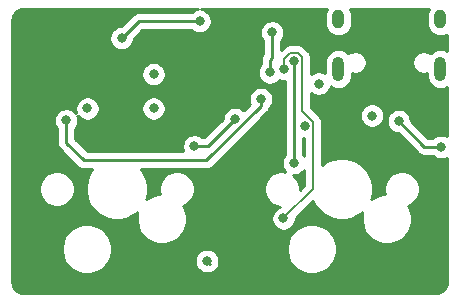
<source format=gtl>
G04 #@! TF.GenerationSoftware,KiCad,Pcbnew,(5.1.5)-3*
G04 #@! TF.CreationDate,2020-04-15T21:27:14-04:00*
G04 #@! TF.ProjectId,binarykb,62696e61-7279-46b6-922e-6b696361645f,rev?*
G04 #@! TF.SameCoordinates,Original*
G04 #@! TF.FileFunction,Copper,L1,Top*
G04 #@! TF.FilePolarity,Positive*
%FSLAX46Y46*%
G04 Gerber Fmt 4.6, Leading zero omitted, Abs format (unit mm)*
G04 Created by KiCad (PCBNEW (5.1.5)-3) date 2020-04-15 21:27:14*
%MOMM*%
%LPD*%
G04 APERTURE LIST*
%ADD10O,1.000000X2.100000*%
%ADD11O,1.000000X1.600000*%
%ADD12C,0.800000*%
%ADD13C,0.254000*%
%ADD14C,0.203200*%
G04 APERTURE END LIST*
D10*
X70324250Y-122413500D03*
X78964250Y-122413500D03*
D11*
X70324250Y-118233500D03*
X78964250Y-118233500D03*
D12*
X59182000Y-138684000D03*
X54673000Y-125773000D03*
X49073000Y-125773000D03*
X61572260Y-126675463D03*
X58573000Y-118373000D03*
X75435542Y-126852352D03*
X54673000Y-122873000D03*
X58123000Y-128973002D03*
X64523000Y-122723000D03*
X67468750Y-127254000D03*
X78994000Y-129032000D03*
X51973000Y-119823000D03*
X64723000Y-119323000D03*
X73173000Y-126373000D03*
X68673000Y-123673000D03*
X65721579Y-122432841D03*
X65672998Y-135073000D03*
X66572994Y-121773000D03*
X66573000Y-130373000D03*
X63773000Y-124973000D03*
X47273000Y-126773000D03*
D13*
X59182000Y-138684000D02*
X59436000Y-138938000D01*
X64523000Y-122723000D02*
X64523000Y-121673000D01*
X64723000Y-121473000D02*
X64723000Y-119323000D01*
X64523000Y-121673000D02*
X64723000Y-121473000D01*
X53423000Y-118373000D02*
X51973000Y-119823000D01*
X58573000Y-118373000D02*
X53423000Y-118373000D01*
X59274721Y-128973002D02*
X58123000Y-128973002D01*
X61572260Y-126675463D02*
X59274721Y-128973002D01*
X77615190Y-129032000D02*
X78994000Y-129032000D01*
X75435542Y-126852352D02*
X77615190Y-129032000D01*
X65721579Y-135024419D02*
X65672998Y-135073000D01*
D14*
X65721579Y-121867156D02*
X65721579Y-122432841D01*
X66236225Y-121071399D02*
X65721579Y-121586045D01*
X67274595Y-126021475D02*
X67274595Y-121436231D01*
X68170351Y-126917231D02*
X67274595Y-126021475D01*
X65721579Y-121586045D02*
X65721579Y-121867156D01*
X67274595Y-121436231D02*
X66909763Y-121071399D01*
X68170351Y-132575647D02*
X68170351Y-126917231D01*
X66909763Y-121071399D02*
X66236225Y-121071399D01*
X65672998Y-135073000D02*
X68170351Y-132575647D01*
D13*
X66572994Y-130372994D02*
X66573000Y-130373000D01*
X66572994Y-121773000D02*
X66572994Y-130372994D01*
X47273000Y-128673000D02*
X47273000Y-126773000D01*
X59138685Y-130173000D02*
X48773000Y-130173000D01*
X63773000Y-125538685D02*
X59138685Y-130173000D01*
X63773000Y-124973000D02*
X63773000Y-125538685D01*
X48773000Y-130173000D02*
X47273000Y-128673000D01*
G36*
X58271102Y-117377774D02*
G01*
X58082744Y-117455795D01*
X57913226Y-117569063D01*
X57871289Y-117611000D01*
X53460423Y-117611000D01*
X53423000Y-117607314D01*
X53385577Y-117611000D01*
X53385574Y-117611000D01*
X53273622Y-117622026D01*
X53129985Y-117665598D01*
X53090306Y-117686807D01*
X52997607Y-117736355D01*
X52967775Y-117760838D01*
X52881578Y-117831578D01*
X52857716Y-117860654D01*
X51930370Y-118788000D01*
X51871061Y-118788000D01*
X51671102Y-118827774D01*
X51482744Y-118905795D01*
X51313226Y-119019063D01*
X51169063Y-119163226D01*
X51055795Y-119332744D01*
X50977774Y-119521102D01*
X50938000Y-119721061D01*
X50938000Y-119924939D01*
X50977774Y-120124898D01*
X51055795Y-120313256D01*
X51169063Y-120482774D01*
X51313226Y-120626937D01*
X51482744Y-120740205D01*
X51671102Y-120818226D01*
X51871061Y-120858000D01*
X52074939Y-120858000D01*
X52274898Y-120818226D01*
X52463256Y-120740205D01*
X52632774Y-120626937D01*
X52776937Y-120482774D01*
X52890205Y-120313256D01*
X52968226Y-120124898D01*
X53008000Y-119924939D01*
X53008000Y-119865630D01*
X53738630Y-119135000D01*
X57871289Y-119135000D01*
X57913226Y-119176937D01*
X58082744Y-119290205D01*
X58271102Y-119368226D01*
X58471061Y-119408000D01*
X58674939Y-119408000D01*
X58874898Y-119368226D01*
X59063256Y-119290205D01*
X59232774Y-119176937D01*
X59376937Y-119032774D01*
X59490205Y-118863256D01*
X59568226Y-118674898D01*
X59608000Y-118474939D01*
X59608000Y-118271061D01*
X59568226Y-118071102D01*
X59490205Y-117882744D01*
X59376937Y-117713226D01*
X59232774Y-117569063D01*
X59063256Y-117455795D01*
X58874898Y-117377774D01*
X58691278Y-117341250D01*
X69353852Y-117341250D01*
X69270574Y-117497054D01*
X69205673Y-117711002D01*
X69189250Y-117877749D01*
X69189250Y-118589252D01*
X69205673Y-118755999D01*
X69270574Y-118969947D01*
X69375967Y-119167123D01*
X69517802Y-119339949D01*
X69690628Y-119481784D01*
X69887804Y-119587176D01*
X70101752Y-119652077D01*
X70324250Y-119673991D01*
X70546749Y-119652077D01*
X70760697Y-119587176D01*
X70957873Y-119481784D01*
X71130699Y-119339949D01*
X71272534Y-119167123D01*
X71377926Y-118969946D01*
X71442827Y-118755998D01*
X71459250Y-118589251D01*
X71459250Y-117877748D01*
X71442827Y-117711001D01*
X71377926Y-117497053D01*
X71294648Y-117341250D01*
X77993852Y-117341250D01*
X77910574Y-117497054D01*
X77845673Y-117711002D01*
X77829250Y-117877749D01*
X77829250Y-118589252D01*
X77845673Y-118755999D01*
X77910574Y-118969947D01*
X78015967Y-119167123D01*
X78157802Y-119339949D01*
X78330628Y-119481784D01*
X78527804Y-119587176D01*
X78741752Y-119652077D01*
X78964250Y-119673991D01*
X79186749Y-119652077D01*
X79400697Y-119587176D01*
X79508750Y-119529421D01*
X79508750Y-120867579D01*
X79400696Y-120809824D01*
X79186748Y-120744923D01*
X78964250Y-120723009D01*
X78741751Y-120744923D01*
X78527803Y-120809824D01*
X78330627Y-120915216D01*
X78157801Y-121057051D01*
X78110888Y-121114215D01*
X77988981Y-121032759D01*
X77814272Y-120960392D01*
X77628802Y-120923500D01*
X77439698Y-120923500D01*
X77254228Y-120960392D01*
X77079519Y-121032759D01*
X76922286Y-121137819D01*
X76788569Y-121271536D01*
X76683509Y-121428769D01*
X76611142Y-121603478D01*
X76574250Y-121788948D01*
X76574250Y-121978052D01*
X76611142Y-122163522D01*
X76683509Y-122338231D01*
X76788569Y-122495464D01*
X76922286Y-122629181D01*
X77079519Y-122734241D01*
X77254228Y-122806608D01*
X77439698Y-122843500D01*
X77628802Y-122843500D01*
X77814272Y-122806608D01*
X77829250Y-122800404D01*
X77829250Y-123019252D01*
X77845673Y-123185999D01*
X77910574Y-123399947D01*
X78015967Y-123597123D01*
X78157802Y-123769949D01*
X78330628Y-123911784D01*
X78527804Y-124017176D01*
X78741752Y-124082077D01*
X78964250Y-124103991D01*
X79186749Y-124082077D01*
X79400697Y-124017176D01*
X79508750Y-123959421D01*
X79508750Y-128131162D01*
X79484256Y-128114795D01*
X79295898Y-128036774D01*
X79095939Y-127997000D01*
X78892061Y-127997000D01*
X78692102Y-128036774D01*
X78503744Y-128114795D01*
X78334226Y-128228063D01*
X78292289Y-128270000D01*
X77930821Y-128270000D01*
X76470542Y-126809722D01*
X76470542Y-126750413D01*
X76430768Y-126550454D01*
X76352747Y-126362096D01*
X76239479Y-126192578D01*
X76095316Y-126048415D01*
X75925798Y-125935147D01*
X75737440Y-125857126D01*
X75537481Y-125817352D01*
X75333603Y-125817352D01*
X75133644Y-125857126D01*
X74945286Y-125935147D01*
X74775768Y-126048415D01*
X74631605Y-126192578D01*
X74518337Y-126362096D01*
X74440316Y-126550454D01*
X74400542Y-126750413D01*
X74400542Y-126954291D01*
X74440316Y-127154250D01*
X74518337Y-127342608D01*
X74631605Y-127512126D01*
X74775768Y-127656289D01*
X74945286Y-127769557D01*
X75133644Y-127847578D01*
X75333603Y-127887352D01*
X75392912Y-127887352D01*
X77049911Y-129544352D01*
X77073768Y-129573422D01*
X77102838Y-129597279D01*
X77189797Y-129668645D01*
X77233069Y-129691774D01*
X77322175Y-129739402D01*
X77465812Y-129782974D01*
X77577764Y-129794000D01*
X77577767Y-129794000D01*
X77615190Y-129797686D01*
X77652613Y-129794000D01*
X78292289Y-129794000D01*
X78334226Y-129835937D01*
X78503744Y-129949205D01*
X78692102Y-130027226D01*
X78892061Y-130067000D01*
X79095939Y-130067000D01*
X79295898Y-130027226D01*
X79484256Y-129949205D01*
X79508751Y-129932838D01*
X79508751Y-140461460D01*
X79487981Y-140673288D01*
X79435841Y-140845986D01*
X79351149Y-141005268D01*
X79237128Y-141145071D01*
X79098135Y-141260056D01*
X78939445Y-141345860D01*
X78767115Y-141399205D01*
X78557369Y-141421250D01*
X43688530Y-141421250D01*
X43476712Y-141400481D01*
X43304014Y-141348341D01*
X43144732Y-141263649D01*
X43004929Y-141149628D01*
X42889944Y-141010635D01*
X42804140Y-140851945D01*
X42750795Y-140679615D01*
X42728750Y-140469869D01*
X42728750Y-137457721D01*
X46887000Y-137457721D01*
X46887000Y-137878279D01*
X46969047Y-138290756D01*
X47129988Y-138679302D01*
X47363637Y-139028983D01*
X47661017Y-139326363D01*
X48010698Y-139560012D01*
X48399244Y-139720953D01*
X48811721Y-139803000D01*
X49232279Y-139803000D01*
X49644756Y-139720953D01*
X50033302Y-139560012D01*
X50382983Y-139326363D01*
X50680363Y-139028983D01*
X50914012Y-138679302D01*
X50954290Y-138582061D01*
X58147000Y-138582061D01*
X58147000Y-138785939D01*
X58186774Y-138985898D01*
X58264795Y-139174256D01*
X58378063Y-139343774D01*
X58522226Y-139487937D01*
X58691744Y-139601205D01*
X58880102Y-139679226D01*
X59080061Y-139719000D01*
X59283939Y-139719000D01*
X59385790Y-139698741D01*
X59435999Y-139703686D01*
X59585378Y-139688973D01*
X59729015Y-139645401D01*
X59861392Y-139574644D01*
X59977421Y-139479421D01*
X60072644Y-139363392D01*
X60143401Y-139231015D01*
X60186973Y-139087378D01*
X60201686Y-138937999D01*
X60196741Y-138887790D01*
X60217000Y-138785939D01*
X60217000Y-138582061D01*
X60177226Y-138382102D01*
X60099205Y-138193744D01*
X59985937Y-138024226D01*
X59841774Y-137880063D01*
X59672256Y-137766795D01*
X59483898Y-137688774D01*
X59283939Y-137649000D01*
X59080061Y-137649000D01*
X58880102Y-137688774D01*
X58691744Y-137766795D01*
X58522226Y-137880063D01*
X58378063Y-138024226D01*
X58264795Y-138193744D01*
X58186774Y-138382102D01*
X58147000Y-138582061D01*
X50954290Y-138582061D01*
X51074953Y-138290756D01*
X51157000Y-137878279D01*
X51157000Y-137457721D01*
X65937000Y-137457721D01*
X65937000Y-137878279D01*
X66019047Y-138290756D01*
X66179988Y-138679302D01*
X66413637Y-139028983D01*
X66711017Y-139326363D01*
X67060698Y-139560012D01*
X67449244Y-139720953D01*
X67861721Y-139803000D01*
X68282279Y-139803000D01*
X68694756Y-139720953D01*
X69083302Y-139560012D01*
X69432983Y-139326363D01*
X69730363Y-139028983D01*
X69964012Y-138679302D01*
X70124953Y-138290756D01*
X70207000Y-137878279D01*
X70207000Y-137457721D01*
X70124953Y-137045244D01*
X69964012Y-136656698D01*
X69730363Y-136307017D01*
X69432983Y-136009637D01*
X69083302Y-135775988D01*
X68694756Y-135615047D01*
X68282279Y-135533000D01*
X67861721Y-135533000D01*
X67449244Y-135615047D01*
X67060698Y-135775988D01*
X66711017Y-136009637D01*
X66413637Y-136307017D01*
X66179988Y-136656698D01*
X66019047Y-137045244D01*
X65937000Y-137457721D01*
X51157000Y-137457721D01*
X51074953Y-137045244D01*
X50914012Y-136656698D01*
X50680363Y-136307017D01*
X50382983Y-136009637D01*
X50033302Y-135775988D01*
X49644756Y-135615047D01*
X49232279Y-135533000D01*
X48811721Y-135533000D01*
X48399244Y-135615047D01*
X48010698Y-135775988D01*
X47661017Y-136009637D01*
X47363637Y-136307017D01*
X47129988Y-136656698D01*
X46969047Y-137045244D01*
X46887000Y-137457721D01*
X42728750Y-137457721D01*
X42728750Y-132439278D01*
X44972000Y-132439278D01*
X44972000Y-132736722D01*
X45030029Y-133028451D01*
X45143856Y-133303253D01*
X45309107Y-133550569D01*
X45519431Y-133760893D01*
X45766747Y-133926144D01*
X46041549Y-134039971D01*
X46333278Y-134098000D01*
X46630722Y-134098000D01*
X46922451Y-134039971D01*
X47197253Y-133926144D01*
X47444569Y-133760893D01*
X47654893Y-133550569D01*
X47820144Y-133303253D01*
X47933971Y-133028451D01*
X47992000Y-132736722D01*
X47992000Y-132439278D01*
X47933971Y-132147549D01*
X47820144Y-131872747D01*
X47654893Y-131625431D01*
X47444569Y-131415107D01*
X47197253Y-131249856D01*
X46922451Y-131136029D01*
X46630722Y-131078000D01*
X46333278Y-131078000D01*
X46041549Y-131136029D01*
X45766747Y-131249856D01*
X45519431Y-131415107D01*
X45309107Y-131625431D01*
X45143856Y-131872747D01*
X45030029Y-132147549D01*
X44972000Y-132439278D01*
X42728750Y-132439278D01*
X42728750Y-126671061D01*
X46238000Y-126671061D01*
X46238000Y-126874939D01*
X46277774Y-127074898D01*
X46355795Y-127263256D01*
X46469063Y-127432774D01*
X46511001Y-127474712D01*
X46511000Y-128635576D01*
X46507314Y-128673000D01*
X46511000Y-128710423D01*
X46511000Y-128710425D01*
X46522026Y-128822377D01*
X46565598Y-128966014D01*
X46598535Y-129027635D01*
X46636355Y-129098392D01*
X46656042Y-129122380D01*
X46731578Y-129214422D01*
X46760654Y-129238284D01*
X48207721Y-130685352D01*
X48231578Y-130714422D01*
X48347608Y-130809645D01*
X48479985Y-130880402D01*
X48623622Y-130923974D01*
X48735574Y-130935000D01*
X48735576Y-130935000D01*
X48772999Y-130938686D01*
X48810422Y-130935000D01*
X49504748Y-130935000D01*
X49232299Y-131342749D01*
X49034127Y-131821178D01*
X48933100Y-132329076D01*
X48933100Y-132846924D01*
X49034127Y-133354822D01*
X49232299Y-133833251D01*
X49520000Y-134263826D01*
X49886174Y-134630000D01*
X50316749Y-134917701D01*
X50795178Y-135115873D01*
X51303076Y-135216900D01*
X51820924Y-135216900D01*
X52328822Y-135115873D01*
X52807251Y-134917701D01*
X53237826Y-134630000D01*
X53308237Y-134559589D01*
X53237000Y-134917721D01*
X53237000Y-135338279D01*
X53319047Y-135750756D01*
X53479988Y-136139302D01*
X53713637Y-136488983D01*
X54011017Y-136786363D01*
X54360698Y-137020012D01*
X54749244Y-137180953D01*
X55161721Y-137263000D01*
X55582279Y-137263000D01*
X55994756Y-137180953D01*
X56383302Y-137020012D01*
X56732983Y-136786363D01*
X57030363Y-136488983D01*
X57264012Y-136139302D01*
X57424953Y-135750756D01*
X57507000Y-135338279D01*
X57507000Y-134917721D01*
X57424953Y-134505244D01*
X57264012Y-134116698D01*
X57184501Y-133997701D01*
X57357253Y-133926144D01*
X57604569Y-133760893D01*
X57814893Y-133550569D01*
X57980144Y-133303253D01*
X58093971Y-133028451D01*
X58152000Y-132736722D01*
X58152000Y-132439278D01*
X58093971Y-132147549D01*
X57980144Y-131872747D01*
X57814893Y-131625431D01*
X57604569Y-131415107D01*
X57357253Y-131249856D01*
X57082451Y-131136029D01*
X56790722Y-131078000D01*
X56493278Y-131078000D01*
X56201549Y-131136029D01*
X55926747Y-131249856D01*
X55679431Y-131415107D01*
X55469107Y-131625431D01*
X55303856Y-131872747D01*
X55190029Y-132147549D01*
X55132000Y-132439278D01*
X55132000Y-132736722D01*
X55182977Y-132993000D01*
X55161721Y-132993000D01*
X54749244Y-133075047D01*
X54360698Y-133235988D01*
X54054292Y-133440721D01*
X54089873Y-133354822D01*
X54190900Y-132846924D01*
X54190900Y-132329076D01*
X54089873Y-131821178D01*
X53891701Y-131342749D01*
X53619252Y-130935000D01*
X59101262Y-130935000D01*
X59138685Y-130938686D01*
X59176108Y-130935000D01*
X59176111Y-130935000D01*
X59288063Y-130923974D01*
X59431700Y-130880402D01*
X59564077Y-130809645D01*
X59680107Y-130714422D01*
X59703969Y-130685346D01*
X64285352Y-126103964D01*
X64314422Y-126080107D01*
X64409645Y-125964077D01*
X64480402Y-125831700D01*
X64523974Y-125688063D01*
X64524228Y-125685483D01*
X64576937Y-125632774D01*
X64690205Y-125463256D01*
X64768226Y-125274898D01*
X64808000Y-125074939D01*
X64808000Y-124871061D01*
X64768226Y-124671102D01*
X64690205Y-124482744D01*
X64576937Y-124313226D01*
X64432774Y-124169063D01*
X64263256Y-124055795D01*
X64074898Y-123977774D01*
X63874939Y-123938000D01*
X63671061Y-123938000D01*
X63471102Y-123977774D01*
X63282744Y-124055795D01*
X63113226Y-124169063D01*
X62969063Y-124313226D01*
X62855795Y-124482744D01*
X62777774Y-124671102D01*
X62738000Y-124871061D01*
X62738000Y-125074939D01*
X62777774Y-125274898D01*
X62830900Y-125403154D01*
X62297281Y-125936773D01*
X62232034Y-125871526D01*
X62062516Y-125758258D01*
X61874158Y-125680237D01*
X61674199Y-125640463D01*
X61470321Y-125640463D01*
X61270362Y-125680237D01*
X61082004Y-125758258D01*
X60912486Y-125871526D01*
X60768323Y-126015689D01*
X60655055Y-126185207D01*
X60577034Y-126373565D01*
X60537260Y-126573524D01*
X60537260Y-126632832D01*
X58959091Y-128211002D01*
X58824711Y-128211002D01*
X58782774Y-128169065D01*
X58613256Y-128055797D01*
X58424898Y-127977776D01*
X58224939Y-127938002D01*
X58021061Y-127938002D01*
X57821102Y-127977776D01*
X57632744Y-128055797D01*
X57463226Y-128169065D01*
X57319063Y-128313228D01*
X57205795Y-128482746D01*
X57127774Y-128671104D01*
X57088000Y-128871063D01*
X57088000Y-129074941D01*
X57127774Y-129274900D01*
X57184149Y-129411000D01*
X49088631Y-129411000D01*
X48035000Y-128357370D01*
X48035000Y-127474711D01*
X48076937Y-127432774D01*
X48190205Y-127263256D01*
X48268226Y-127074898D01*
X48308000Y-126874939D01*
X48308000Y-126671061D01*
X48268226Y-126471102D01*
X48225090Y-126366964D01*
X48269063Y-126432774D01*
X48413226Y-126576937D01*
X48582744Y-126690205D01*
X48771102Y-126768226D01*
X48971061Y-126808000D01*
X49174939Y-126808000D01*
X49374898Y-126768226D01*
X49563256Y-126690205D01*
X49732774Y-126576937D01*
X49876937Y-126432774D01*
X49990205Y-126263256D01*
X50068226Y-126074898D01*
X50108000Y-125874939D01*
X50108000Y-125671061D01*
X53638000Y-125671061D01*
X53638000Y-125874939D01*
X53677774Y-126074898D01*
X53755795Y-126263256D01*
X53869063Y-126432774D01*
X54013226Y-126576937D01*
X54182744Y-126690205D01*
X54371102Y-126768226D01*
X54571061Y-126808000D01*
X54774939Y-126808000D01*
X54974898Y-126768226D01*
X55163256Y-126690205D01*
X55332774Y-126576937D01*
X55476937Y-126432774D01*
X55590205Y-126263256D01*
X55668226Y-126074898D01*
X55708000Y-125874939D01*
X55708000Y-125671061D01*
X55668226Y-125471102D01*
X55590205Y-125282744D01*
X55476937Y-125113226D01*
X55332774Y-124969063D01*
X55163256Y-124855795D01*
X54974898Y-124777774D01*
X54774939Y-124738000D01*
X54571061Y-124738000D01*
X54371102Y-124777774D01*
X54182744Y-124855795D01*
X54013226Y-124969063D01*
X53869063Y-125113226D01*
X53755795Y-125282744D01*
X53677774Y-125471102D01*
X53638000Y-125671061D01*
X50108000Y-125671061D01*
X50068226Y-125471102D01*
X49990205Y-125282744D01*
X49876937Y-125113226D01*
X49732774Y-124969063D01*
X49563256Y-124855795D01*
X49374898Y-124777774D01*
X49174939Y-124738000D01*
X48971061Y-124738000D01*
X48771102Y-124777774D01*
X48582744Y-124855795D01*
X48413226Y-124969063D01*
X48269063Y-125113226D01*
X48155795Y-125282744D01*
X48077774Y-125471102D01*
X48038000Y-125671061D01*
X48038000Y-125874939D01*
X48077774Y-126074898D01*
X48120910Y-126179036D01*
X48076937Y-126113226D01*
X47932774Y-125969063D01*
X47763256Y-125855795D01*
X47574898Y-125777774D01*
X47374939Y-125738000D01*
X47171061Y-125738000D01*
X46971102Y-125777774D01*
X46782744Y-125855795D01*
X46613226Y-125969063D01*
X46469063Y-126113226D01*
X46355795Y-126282744D01*
X46277774Y-126471102D01*
X46238000Y-126671061D01*
X42728750Y-126671061D01*
X42728750Y-122771061D01*
X53638000Y-122771061D01*
X53638000Y-122974939D01*
X53677774Y-123174898D01*
X53755795Y-123363256D01*
X53869063Y-123532774D01*
X54013226Y-123676937D01*
X54182744Y-123790205D01*
X54371102Y-123868226D01*
X54571061Y-123908000D01*
X54774939Y-123908000D01*
X54974898Y-123868226D01*
X55163256Y-123790205D01*
X55332774Y-123676937D01*
X55476937Y-123532774D01*
X55590205Y-123363256D01*
X55668226Y-123174898D01*
X55708000Y-122974939D01*
X55708000Y-122771061D01*
X55678164Y-122621061D01*
X63488000Y-122621061D01*
X63488000Y-122824939D01*
X63527774Y-123024898D01*
X63605795Y-123213256D01*
X63719063Y-123382774D01*
X63863226Y-123526937D01*
X64032744Y-123640205D01*
X64221102Y-123718226D01*
X64421061Y-123758000D01*
X64624939Y-123758000D01*
X64824898Y-123718226D01*
X65013256Y-123640205D01*
X65182774Y-123526937D01*
X65322074Y-123387637D01*
X65419681Y-123428067D01*
X65619640Y-123467841D01*
X65810994Y-123467841D01*
X65810995Y-129671294D01*
X65769063Y-129713226D01*
X65655795Y-129882744D01*
X65577774Y-130071102D01*
X65538000Y-130271061D01*
X65538000Y-130474939D01*
X65577774Y-130674898D01*
X65655795Y-130863256D01*
X65769063Y-131032774D01*
X65847454Y-131111165D01*
X65680722Y-131078000D01*
X65383278Y-131078000D01*
X65091549Y-131136029D01*
X64816747Y-131249856D01*
X64569431Y-131415107D01*
X64359107Y-131625431D01*
X64193856Y-131872747D01*
X64080029Y-132147549D01*
X64022000Y-132439278D01*
X64022000Y-132736722D01*
X64080029Y-133028451D01*
X64193856Y-133303253D01*
X64359107Y-133550569D01*
X64569431Y-133760893D01*
X64816747Y-133926144D01*
X65091549Y-134039971D01*
X65342063Y-134089802D01*
X65182742Y-134155795D01*
X65013224Y-134269063D01*
X64869061Y-134413226D01*
X64755793Y-134582744D01*
X64677772Y-134771102D01*
X64637998Y-134971061D01*
X64637998Y-135174939D01*
X64677772Y-135374898D01*
X64755793Y-135563256D01*
X64869061Y-135732774D01*
X65013224Y-135876937D01*
X65182742Y-135990205D01*
X65371100Y-136068226D01*
X65571059Y-136108000D01*
X65774937Y-136108000D01*
X65974896Y-136068226D01*
X66163254Y-135990205D01*
X66332772Y-135876937D01*
X66476935Y-135732774D01*
X66590203Y-135563256D01*
X66668224Y-135374898D01*
X66707998Y-135174939D01*
X66707998Y-135079709D01*
X68186276Y-133601431D01*
X68282299Y-133833251D01*
X68570000Y-134263826D01*
X68936174Y-134630000D01*
X69366749Y-134917701D01*
X69845178Y-135115873D01*
X70353076Y-135216900D01*
X70870924Y-135216900D01*
X71378822Y-135115873D01*
X71857251Y-134917701D01*
X72287826Y-134630000D01*
X72358237Y-134559589D01*
X72287000Y-134917721D01*
X72287000Y-135338279D01*
X72369047Y-135750756D01*
X72529988Y-136139302D01*
X72763637Y-136488983D01*
X73061017Y-136786363D01*
X73410698Y-137020012D01*
X73799244Y-137180953D01*
X74211721Y-137263000D01*
X74632279Y-137263000D01*
X75044756Y-137180953D01*
X75433302Y-137020012D01*
X75782983Y-136786363D01*
X76080363Y-136488983D01*
X76314012Y-136139302D01*
X76474953Y-135750756D01*
X76557000Y-135338279D01*
X76557000Y-134917721D01*
X76474953Y-134505244D01*
X76314012Y-134116698D01*
X76234501Y-133997701D01*
X76407253Y-133926144D01*
X76654569Y-133760893D01*
X76864893Y-133550569D01*
X77030144Y-133303253D01*
X77143971Y-133028451D01*
X77202000Y-132736722D01*
X77202000Y-132439278D01*
X77143971Y-132147549D01*
X77030144Y-131872747D01*
X76864893Y-131625431D01*
X76654569Y-131415107D01*
X76407253Y-131249856D01*
X76132451Y-131136029D01*
X75840722Y-131078000D01*
X75543278Y-131078000D01*
X75251549Y-131136029D01*
X74976747Y-131249856D01*
X74729431Y-131415107D01*
X74519107Y-131625431D01*
X74353856Y-131872747D01*
X74240029Y-132147549D01*
X74182000Y-132439278D01*
X74182000Y-132736722D01*
X74232977Y-132993000D01*
X74211721Y-132993000D01*
X73799244Y-133075047D01*
X73410698Y-133235988D01*
X73104292Y-133440721D01*
X73139873Y-133354822D01*
X73240900Y-132846924D01*
X73240900Y-132329076D01*
X73139873Y-131821178D01*
X72941701Y-131342749D01*
X72654000Y-130912174D01*
X72287826Y-130546000D01*
X71857251Y-130258299D01*
X71378822Y-130060127D01*
X70870924Y-129959100D01*
X70353076Y-129959100D01*
X69845178Y-130060127D01*
X69366749Y-130258299D01*
X68936174Y-130546000D01*
X68906951Y-130575223D01*
X68906951Y-126953406D01*
X68910514Y-126917230D01*
X68906951Y-126881054D01*
X68906951Y-126881045D01*
X68896293Y-126772832D01*
X68854173Y-126633982D01*
X68785775Y-126506018D01*
X68693726Y-126393856D01*
X68665620Y-126370790D01*
X68565891Y-126271061D01*
X72138000Y-126271061D01*
X72138000Y-126474939D01*
X72177774Y-126674898D01*
X72255795Y-126863256D01*
X72369063Y-127032774D01*
X72513226Y-127176937D01*
X72682744Y-127290205D01*
X72871102Y-127368226D01*
X73071061Y-127408000D01*
X73274939Y-127408000D01*
X73474898Y-127368226D01*
X73663256Y-127290205D01*
X73832774Y-127176937D01*
X73976937Y-127032774D01*
X74090205Y-126863256D01*
X74168226Y-126674898D01*
X74208000Y-126474939D01*
X74208000Y-126271061D01*
X74168226Y-126071102D01*
X74090205Y-125882744D01*
X73976937Y-125713226D01*
X73832774Y-125569063D01*
X73663256Y-125455795D01*
X73474898Y-125377774D01*
X73274939Y-125338000D01*
X73071061Y-125338000D01*
X72871102Y-125377774D01*
X72682744Y-125455795D01*
X72513226Y-125569063D01*
X72369063Y-125713226D01*
X72255795Y-125882744D01*
X72177774Y-126071102D01*
X72138000Y-126271061D01*
X68565891Y-126271061D01*
X68011195Y-125716366D01*
X68011195Y-124474906D01*
X68013226Y-124476937D01*
X68182744Y-124590205D01*
X68371102Y-124668226D01*
X68571061Y-124708000D01*
X68774939Y-124708000D01*
X68974898Y-124668226D01*
X69163256Y-124590205D01*
X69332774Y-124476937D01*
X69476937Y-124332774D01*
X69590205Y-124163256D01*
X69668226Y-123974898D01*
X69682162Y-123904836D01*
X69690628Y-123911784D01*
X69887804Y-124017176D01*
X70101752Y-124082077D01*
X70324250Y-124103991D01*
X70546749Y-124082077D01*
X70760697Y-124017176D01*
X70957873Y-123911784D01*
X71130699Y-123769949D01*
X71272534Y-123597123D01*
X71377926Y-123399947D01*
X71442827Y-123185999D01*
X71459250Y-123019252D01*
X71459250Y-122800404D01*
X71474228Y-122806608D01*
X71659698Y-122843500D01*
X71848802Y-122843500D01*
X72034272Y-122806608D01*
X72208981Y-122734241D01*
X72366214Y-122629181D01*
X72499931Y-122495464D01*
X72604991Y-122338231D01*
X72677358Y-122163522D01*
X72714250Y-121978052D01*
X72714250Y-121788948D01*
X72677358Y-121603478D01*
X72604991Y-121428769D01*
X72499931Y-121271536D01*
X72366214Y-121137819D01*
X72208981Y-121032759D01*
X72034272Y-120960392D01*
X71848802Y-120923500D01*
X71659698Y-120923500D01*
X71474228Y-120960392D01*
X71299519Y-121032759D01*
X71177612Y-121114215D01*
X71130699Y-121057051D01*
X70957873Y-120915216D01*
X70760696Y-120809824D01*
X70546748Y-120744923D01*
X70324250Y-120723009D01*
X70101751Y-120744923D01*
X69887803Y-120809824D01*
X69690627Y-120915216D01*
X69517801Y-121057051D01*
X69375966Y-121229877D01*
X69270574Y-121427054D01*
X69205673Y-121641002D01*
X69189250Y-121807749D01*
X69189250Y-122773164D01*
X69163256Y-122755795D01*
X68974898Y-122677774D01*
X68774939Y-122638000D01*
X68571061Y-122638000D01*
X68371102Y-122677774D01*
X68182744Y-122755795D01*
X68013226Y-122869063D01*
X68011195Y-122871094D01*
X68011195Y-121472406D01*
X68014758Y-121436230D01*
X68011195Y-121400054D01*
X68011195Y-121400045D01*
X68000537Y-121291832D01*
X67958417Y-121152982D01*
X67890019Y-121025018D01*
X67797970Y-120912856D01*
X67769854Y-120889781D01*
X67456209Y-120576136D01*
X67433138Y-120548024D01*
X67320976Y-120455975D01*
X67193012Y-120387577D01*
X67054162Y-120345457D01*
X66945949Y-120334799D01*
X66945946Y-120334799D01*
X66909763Y-120331235D01*
X66873580Y-120334799D01*
X66272400Y-120334799D01*
X66236224Y-120331236D01*
X66200048Y-120334799D01*
X66200039Y-120334799D01*
X66091826Y-120345457D01*
X65952976Y-120387577D01*
X65825012Y-120455975D01*
X65712850Y-120548024D01*
X65689779Y-120576136D01*
X65485000Y-120780915D01*
X65485000Y-120024711D01*
X65526937Y-119982774D01*
X65640205Y-119813256D01*
X65718226Y-119624898D01*
X65758000Y-119424939D01*
X65758000Y-119221061D01*
X65718226Y-119021102D01*
X65640205Y-118832744D01*
X65526937Y-118663226D01*
X65382774Y-118519063D01*
X65213256Y-118405795D01*
X65024898Y-118327774D01*
X64824939Y-118288000D01*
X64621061Y-118288000D01*
X64421102Y-118327774D01*
X64232744Y-118405795D01*
X64063226Y-118519063D01*
X63919063Y-118663226D01*
X63805795Y-118832744D01*
X63727774Y-119021102D01*
X63688000Y-119221061D01*
X63688000Y-119424939D01*
X63727774Y-119624898D01*
X63805795Y-119813256D01*
X63919063Y-119982774D01*
X63961001Y-120024712D01*
X63961000Y-121156653D01*
X63957722Y-121160648D01*
X63957721Y-121160649D01*
X63886355Y-121247608D01*
X63815599Y-121379985D01*
X63772027Y-121523622D01*
X63757314Y-121673000D01*
X63761001Y-121710433D01*
X63761001Y-122021288D01*
X63719063Y-122063226D01*
X63605795Y-122232744D01*
X63527774Y-122421102D01*
X63488000Y-122621061D01*
X55678164Y-122621061D01*
X55668226Y-122571102D01*
X55590205Y-122382744D01*
X55476937Y-122213226D01*
X55332774Y-122069063D01*
X55163256Y-121955795D01*
X54974898Y-121877774D01*
X54774939Y-121838000D01*
X54571061Y-121838000D01*
X54371102Y-121877774D01*
X54182744Y-121955795D01*
X54013226Y-122069063D01*
X53869063Y-122213226D01*
X53755795Y-122382744D01*
X53677774Y-122571102D01*
X53638000Y-122771061D01*
X42728750Y-122771061D01*
X42728750Y-118301029D01*
X42749519Y-118089212D01*
X42801660Y-117916513D01*
X42886352Y-117757232D01*
X43000369Y-117617431D01*
X43139367Y-117502442D01*
X43298055Y-117416640D01*
X43470385Y-117363295D01*
X43680130Y-117341250D01*
X58454722Y-117341250D01*
X58271102Y-117377774D01*
G37*
X58271102Y-117377774D02*
X58082744Y-117455795D01*
X57913226Y-117569063D01*
X57871289Y-117611000D01*
X53460423Y-117611000D01*
X53423000Y-117607314D01*
X53385577Y-117611000D01*
X53385574Y-117611000D01*
X53273622Y-117622026D01*
X53129985Y-117665598D01*
X53090306Y-117686807D01*
X52997607Y-117736355D01*
X52967775Y-117760838D01*
X52881578Y-117831578D01*
X52857716Y-117860654D01*
X51930370Y-118788000D01*
X51871061Y-118788000D01*
X51671102Y-118827774D01*
X51482744Y-118905795D01*
X51313226Y-119019063D01*
X51169063Y-119163226D01*
X51055795Y-119332744D01*
X50977774Y-119521102D01*
X50938000Y-119721061D01*
X50938000Y-119924939D01*
X50977774Y-120124898D01*
X51055795Y-120313256D01*
X51169063Y-120482774D01*
X51313226Y-120626937D01*
X51482744Y-120740205D01*
X51671102Y-120818226D01*
X51871061Y-120858000D01*
X52074939Y-120858000D01*
X52274898Y-120818226D01*
X52463256Y-120740205D01*
X52632774Y-120626937D01*
X52776937Y-120482774D01*
X52890205Y-120313256D01*
X52968226Y-120124898D01*
X53008000Y-119924939D01*
X53008000Y-119865630D01*
X53738630Y-119135000D01*
X57871289Y-119135000D01*
X57913226Y-119176937D01*
X58082744Y-119290205D01*
X58271102Y-119368226D01*
X58471061Y-119408000D01*
X58674939Y-119408000D01*
X58874898Y-119368226D01*
X59063256Y-119290205D01*
X59232774Y-119176937D01*
X59376937Y-119032774D01*
X59490205Y-118863256D01*
X59568226Y-118674898D01*
X59608000Y-118474939D01*
X59608000Y-118271061D01*
X59568226Y-118071102D01*
X59490205Y-117882744D01*
X59376937Y-117713226D01*
X59232774Y-117569063D01*
X59063256Y-117455795D01*
X58874898Y-117377774D01*
X58691278Y-117341250D01*
X69353852Y-117341250D01*
X69270574Y-117497054D01*
X69205673Y-117711002D01*
X69189250Y-117877749D01*
X69189250Y-118589252D01*
X69205673Y-118755999D01*
X69270574Y-118969947D01*
X69375967Y-119167123D01*
X69517802Y-119339949D01*
X69690628Y-119481784D01*
X69887804Y-119587176D01*
X70101752Y-119652077D01*
X70324250Y-119673991D01*
X70546749Y-119652077D01*
X70760697Y-119587176D01*
X70957873Y-119481784D01*
X71130699Y-119339949D01*
X71272534Y-119167123D01*
X71377926Y-118969946D01*
X71442827Y-118755998D01*
X71459250Y-118589251D01*
X71459250Y-117877748D01*
X71442827Y-117711001D01*
X71377926Y-117497053D01*
X71294648Y-117341250D01*
X77993852Y-117341250D01*
X77910574Y-117497054D01*
X77845673Y-117711002D01*
X77829250Y-117877749D01*
X77829250Y-118589252D01*
X77845673Y-118755999D01*
X77910574Y-118969947D01*
X78015967Y-119167123D01*
X78157802Y-119339949D01*
X78330628Y-119481784D01*
X78527804Y-119587176D01*
X78741752Y-119652077D01*
X78964250Y-119673991D01*
X79186749Y-119652077D01*
X79400697Y-119587176D01*
X79508750Y-119529421D01*
X79508750Y-120867579D01*
X79400696Y-120809824D01*
X79186748Y-120744923D01*
X78964250Y-120723009D01*
X78741751Y-120744923D01*
X78527803Y-120809824D01*
X78330627Y-120915216D01*
X78157801Y-121057051D01*
X78110888Y-121114215D01*
X77988981Y-121032759D01*
X77814272Y-120960392D01*
X77628802Y-120923500D01*
X77439698Y-120923500D01*
X77254228Y-120960392D01*
X77079519Y-121032759D01*
X76922286Y-121137819D01*
X76788569Y-121271536D01*
X76683509Y-121428769D01*
X76611142Y-121603478D01*
X76574250Y-121788948D01*
X76574250Y-121978052D01*
X76611142Y-122163522D01*
X76683509Y-122338231D01*
X76788569Y-122495464D01*
X76922286Y-122629181D01*
X77079519Y-122734241D01*
X77254228Y-122806608D01*
X77439698Y-122843500D01*
X77628802Y-122843500D01*
X77814272Y-122806608D01*
X77829250Y-122800404D01*
X77829250Y-123019252D01*
X77845673Y-123185999D01*
X77910574Y-123399947D01*
X78015967Y-123597123D01*
X78157802Y-123769949D01*
X78330628Y-123911784D01*
X78527804Y-124017176D01*
X78741752Y-124082077D01*
X78964250Y-124103991D01*
X79186749Y-124082077D01*
X79400697Y-124017176D01*
X79508750Y-123959421D01*
X79508750Y-128131162D01*
X79484256Y-128114795D01*
X79295898Y-128036774D01*
X79095939Y-127997000D01*
X78892061Y-127997000D01*
X78692102Y-128036774D01*
X78503744Y-128114795D01*
X78334226Y-128228063D01*
X78292289Y-128270000D01*
X77930821Y-128270000D01*
X76470542Y-126809722D01*
X76470542Y-126750413D01*
X76430768Y-126550454D01*
X76352747Y-126362096D01*
X76239479Y-126192578D01*
X76095316Y-126048415D01*
X75925798Y-125935147D01*
X75737440Y-125857126D01*
X75537481Y-125817352D01*
X75333603Y-125817352D01*
X75133644Y-125857126D01*
X74945286Y-125935147D01*
X74775768Y-126048415D01*
X74631605Y-126192578D01*
X74518337Y-126362096D01*
X74440316Y-126550454D01*
X74400542Y-126750413D01*
X74400542Y-126954291D01*
X74440316Y-127154250D01*
X74518337Y-127342608D01*
X74631605Y-127512126D01*
X74775768Y-127656289D01*
X74945286Y-127769557D01*
X75133644Y-127847578D01*
X75333603Y-127887352D01*
X75392912Y-127887352D01*
X77049911Y-129544352D01*
X77073768Y-129573422D01*
X77102838Y-129597279D01*
X77189797Y-129668645D01*
X77233069Y-129691774D01*
X77322175Y-129739402D01*
X77465812Y-129782974D01*
X77577764Y-129794000D01*
X77577767Y-129794000D01*
X77615190Y-129797686D01*
X77652613Y-129794000D01*
X78292289Y-129794000D01*
X78334226Y-129835937D01*
X78503744Y-129949205D01*
X78692102Y-130027226D01*
X78892061Y-130067000D01*
X79095939Y-130067000D01*
X79295898Y-130027226D01*
X79484256Y-129949205D01*
X79508751Y-129932838D01*
X79508751Y-140461460D01*
X79487981Y-140673288D01*
X79435841Y-140845986D01*
X79351149Y-141005268D01*
X79237128Y-141145071D01*
X79098135Y-141260056D01*
X78939445Y-141345860D01*
X78767115Y-141399205D01*
X78557369Y-141421250D01*
X43688530Y-141421250D01*
X43476712Y-141400481D01*
X43304014Y-141348341D01*
X43144732Y-141263649D01*
X43004929Y-141149628D01*
X42889944Y-141010635D01*
X42804140Y-140851945D01*
X42750795Y-140679615D01*
X42728750Y-140469869D01*
X42728750Y-137457721D01*
X46887000Y-137457721D01*
X46887000Y-137878279D01*
X46969047Y-138290756D01*
X47129988Y-138679302D01*
X47363637Y-139028983D01*
X47661017Y-139326363D01*
X48010698Y-139560012D01*
X48399244Y-139720953D01*
X48811721Y-139803000D01*
X49232279Y-139803000D01*
X49644756Y-139720953D01*
X50033302Y-139560012D01*
X50382983Y-139326363D01*
X50680363Y-139028983D01*
X50914012Y-138679302D01*
X50954290Y-138582061D01*
X58147000Y-138582061D01*
X58147000Y-138785939D01*
X58186774Y-138985898D01*
X58264795Y-139174256D01*
X58378063Y-139343774D01*
X58522226Y-139487937D01*
X58691744Y-139601205D01*
X58880102Y-139679226D01*
X59080061Y-139719000D01*
X59283939Y-139719000D01*
X59385790Y-139698741D01*
X59435999Y-139703686D01*
X59585378Y-139688973D01*
X59729015Y-139645401D01*
X59861392Y-139574644D01*
X59977421Y-139479421D01*
X60072644Y-139363392D01*
X60143401Y-139231015D01*
X60186973Y-139087378D01*
X60201686Y-138937999D01*
X60196741Y-138887790D01*
X60217000Y-138785939D01*
X60217000Y-138582061D01*
X60177226Y-138382102D01*
X60099205Y-138193744D01*
X59985937Y-138024226D01*
X59841774Y-137880063D01*
X59672256Y-137766795D01*
X59483898Y-137688774D01*
X59283939Y-137649000D01*
X59080061Y-137649000D01*
X58880102Y-137688774D01*
X58691744Y-137766795D01*
X58522226Y-137880063D01*
X58378063Y-138024226D01*
X58264795Y-138193744D01*
X58186774Y-138382102D01*
X58147000Y-138582061D01*
X50954290Y-138582061D01*
X51074953Y-138290756D01*
X51157000Y-137878279D01*
X51157000Y-137457721D01*
X65937000Y-137457721D01*
X65937000Y-137878279D01*
X66019047Y-138290756D01*
X66179988Y-138679302D01*
X66413637Y-139028983D01*
X66711017Y-139326363D01*
X67060698Y-139560012D01*
X67449244Y-139720953D01*
X67861721Y-139803000D01*
X68282279Y-139803000D01*
X68694756Y-139720953D01*
X69083302Y-139560012D01*
X69432983Y-139326363D01*
X69730363Y-139028983D01*
X69964012Y-138679302D01*
X70124953Y-138290756D01*
X70207000Y-137878279D01*
X70207000Y-137457721D01*
X70124953Y-137045244D01*
X69964012Y-136656698D01*
X69730363Y-136307017D01*
X69432983Y-136009637D01*
X69083302Y-135775988D01*
X68694756Y-135615047D01*
X68282279Y-135533000D01*
X67861721Y-135533000D01*
X67449244Y-135615047D01*
X67060698Y-135775988D01*
X66711017Y-136009637D01*
X66413637Y-136307017D01*
X66179988Y-136656698D01*
X66019047Y-137045244D01*
X65937000Y-137457721D01*
X51157000Y-137457721D01*
X51074953Y-137045244D01*
X50914012Y-136656698D01*
X50680363Y-136307017D01*
X50382983Y-136009637D01*
X50033302Y-135775988D01*
X49644756Y-135615047D01*
X49232279Y-135533000D01*
X48811721Y-135533000D01*
X48399244Y-135615047D01*
X48010698Y-135775988D01*
X47661017Y-136009637D01*
X47363637Y-136307017D01*
X47129988Y-136656698D01*
X46969047Y-137045244D01*
X46887000Y-137457721D01*
X42728750Y-137457721D01*
X42728750Y-132439278D01*
X44972000Y-132439278D01*
X44972000Y-132736722D01*
X45030029Y-133028451D01*
X45143856Y-133303253D01*
X45309107Y-133550569D01*
X45519431Y-133760893D01*
X45766747Y-133926144D01*
X46041549Y-134039971D01*
X46333278Y-134098000D01*
X46630722Y-134098000D01*
X46922451Y-134039971D01*
X47197253Y-133926144D01*
X47444569Y-133760893D01*
X47654893Y-133550569D01*
X47820144Y-133303253D01*
X47933971Y-133028451D01*
X47992000Y-132736722D01*
X47992000Y-132439278D01*
X47933971Y-132147549D01*
X47820144Y-131872747D01*
X47654893Y-131625431D01*
X47444569Y-131415107D01*
X47197253Y-131249856D01*
X46922451Y-131136029D01*
X46630722Y-131078000D01*
X46333278Y-131078000D01*
X46041549Y-131136029D01*
X45766747Y-131249856D01*
X45519431Y-131415107D01*
X45309107Y-131625431D01*
X45143856Y-131872747D01*
X45030029Y-132147549D01*
X44972000Y-132439278D01*
X42728750Y-132439278D01*
X42728750Y-126671061D01*
X46238000Y-126671061D01*
X46238000Y-126874939D01*
X46277774Y-127074898D01*
X46355795Y-127263256D01*
X46469063Y-127432774D01*
X46511001Y-127474712D01*
X46511000Y-128635576D01*
X46507314Y-128673000D01*
X46511000Y-128710423D01*
X46511000Y-128710425D01*
X46522026Y-128822377D01*
X46565598Y-128966014D01*
X46598535Y-129027635D01*
X46636355Y-129098392D01*
X46656042Y-129122380D01*
X46731578Y-129214422D01*
X46760654Y-129238284D01*
X48207721Y-130685352D01*
X48231578Y-130714422D01*
X48347608Y-130809645D01*
X48479985Y-130880402D01*
X48623622Y-130923974D01*
X48735574Y-130935000D01*
X48735576Y-130935000D01*
X48772999Y-130938686D01*
X48810422Y-130935000D01*
X49504748Y-130935000D01*
X49232299Y-131342749D01*
X49034127Y-131821178D01*
X48933100Y-132329076D01*
X48933100Y-132846924D01*
X49034127Y-133354822D01*
X49232299Y-133833251D01*
X49520000Y-134263826D01*
X49886174Y-134630000D01*
X50316749Y-134917701D01*
X50795178Y-135115873D01*
X51303076Y-135216900D01*
X51820924Y-135216900D01*
X52328822Y-135115873D01*
X52807251Y-134917701D01*
X53237826Y-134630000D01*
X53308237Y-134559589D01*
X53237000Y-134917721D01*
X53237000Y-135338279D01*
X53319047Y-135750756D01*
X53479988Y-136139302D01*
X53713637Y-136488983D01*
X54011017Y-136786363D01*
X54360698Y-137020012D01*
X54749244Y-137180953D01*
X55161721Y-137263000D01*
X55582279Y-137263000D01*
X55994756Y-137180953D01*
X56383302Y-137020012D01*
X56732983Y-136786363D01*
X57030363Y-136488983D01*
X57264012Y-136139302D01*
X57424953Y-135750756D01*
X57507000Y-135338279D01*
X57507000Y-134917721D01*
X57424953Y-134505244D01*
X57264012Y-134116698D01*
X57184501Y-133997701D01*
X57357253Y-133926144D01*
X57604569Y-133760893D01*
X57814893Y-133550569D01*
X57980144Y-133303253D01*
X58093971Y-133028451D01*
X58152000Y-132736722D01*
X58152000Y-132439278D01*
X58093971Y-132147549D01*
X57980144Y-131872747D01*
X57814893Y-131625431D01*
X57604569Y-131415107D01*
X57357253Y-131249856D01*
X57082451Y-131136029D01*
X56790722Y-131078000D01*
X56493278Y-131078000D01*
X56201549Y-131136029D01*
X55926747Y-131249856D01*
X55679431Y-131415107D01*
X55469107Y-131625431D01*
X55303856Y-131872747D01*
X55190029Y-132147549D01*
X55132000Y-132439278D01*
X55132000Y-132736722D01*
X55182977Y-132993000D01*
X55161721Y-132993000D01*
X54749244Y-133075047D01*
X54360698Y-133235988D01*
X54054292Y-133440721D01*
X54089873Y-133354822D01*
X54190900Y-132846924D01*
X54190900Y-132329076D01*
X54089873Y-131821178D01*
X53891701Y-131342749D01*
X53619252Y-130935000D01*
X59101262Y-130935000D01*
X59138685Y-130938686D01*
X59176108Y-130935000D01*
X59176111Y-130935000D01*
X59288063Y-130923974D01*
X59431700Y-130880402D01*
X59564077Y-130809645D01*
X59680107Y-130714422D01*
X59703969Y-130685346D01*
X64285352Y-126103964D01*
X64314422Y-126080107D01*
X64409645Y-125964077D01*
X64480402Y-125831700D01*
X64523974Y-125688063D01*
X64524228Y-125685483D01*
X64576937Y-125632774D01*
X64690205Y-125463256D01*
X64768226Y-125274898D01*
X64808000Y-125074939D01*
X64808000Y-124871061D01*
X64768226Y-124671102D01*
X64690205Y-124482744D01*
X64576937Y-124313226D01*
X64432774Y-124169063D01*
X64263256Y-124055795D01*
X64074898Y-123977774D01*
X63874939Y-123938000D01*
X63671061Y-123938000D01*
X63471102Y-123977774D01*
X63282744Y-124055795D01*
X63113226Y-124169063D01*
X62969063Y-124313226D01*
X62855795Y-124482744D01*
X62777774Y-124671102D01*
X62738000Y-124871061D01*
X62738000Y-125074939D01*
X62777774Y-125274898D01*
X62830900Y-125403154D01*
X62297281Y-125936773D01*
X62232034Y-125871526D01*
X62062516Y-125758258D01*
X61874158Y-125680237D01*
X61674199Y-125640463D01*
X61470321Y-125640463D01*
X61270362Y-125680237D01*
X61082004Y-125758258D01*
X60912486Y-125871526D01*
X60768323Y-126015689D01*
X60655055Y-126185207D01*
X60577034Y-126373565D01*
X60537260Y-126573524D01*
X60537260Y-126632832D01*
X58959091Y-128211002D01*
X58824711Y-128211002D01*
X58782774Y-128169065D01*
X58613256Y-128055797D01*
X58424898Y-127977776D01*
X58224939Y-127938002D01*
X58021061Y-127938002D01*
X57821102Y-127977776D01*
X57632744Y-128055797D01*
X57463226Y-128169065D01*
X57319063Y-128313228D01*
X57205795Y-128482746D01*
X57127774Y-128671104D01*
X57088000Y-128871063D01*
X57088000Y-129074941D01*
X57127774Y-129274900D01*
X57184149Y-129411000D01*
X49088631Y-129411000D01*
X48035000Y-128357370D01*
X48035000Y-127474711D01*
X48076937Y-127432774D01*
X48190205Y-127263256D01*
X48268226Y-127074898D01*
X48308000Y-126874939D01*
X48308000Y-126671061D01*
X48268226Y-126471102D01*
X48225090Y-126366964D01*
X48269063Y-126432774D01*
X48413226Y-126576937D01*
X48582744Y-126690205D01*
X48771102Y-126768226D01*
X48971061Y-126808000D01*
X49174939Y-126808000D01*
X49374898Y-126768226D01*
X49563256Y-126690205D01*
X49732774Y-126576937D01*
X49876937Y-126432774D01*
X49990205Y-126263256D01*
X50068226Y-126074898D01*
X50108000Y-125874939D01*
X50108000Y-125671061D01*
X53638000Y-125671061D01*
X53638000Y-125874939D01*
X53677774Y-126074898D01*
X53755795Y-126263256D01*
X53869063Y-126432774D01*
X54013226Y-126576937D01*
X54182744Y-126690205D01*
X54371102Y-126768226D01*
X54571061Y-126808000D01*
X54774939Y-126808000D01*
X54974898Y-126768226D01*
X55163256Y-126690205D01*
X55332774Y-126576937D01*
X55476937Y-126432774D01*
X55590205Y-126263256D01*
X55668226Y-126074898D01*
X55708000Y-125874939D01*
X55708000Y-125671061D01*
X55668226Y-125471102D01*
X55590205Y-125282744D01*
X55476937Y-125113226D01*
X55332774Y-124969063D01*
X55163256Y-124855795D01*
X54974898Y-124777774D01*
X54774939Y-124738000D01*
X54571061Y-124738000D01*
X54371102Y-124777774D01*
X54182744Y-124855795D01*
X54013226Y-124969063D01*
X53869063Y-125113226D01*
X53755795Y-125282744D01*
X53677774Y-125471102D01*
X53638000Y-125671061D01*
X50108000Y-125671061D01*
X50068226Y-125471102D01*
X49990205Y-125282744D01*
X49876937Y-125113226D01*
X49732774Y-124969063D01*
X49563256Y-124855795D01*
X49374898Y-124777774D01*
X49174939Y-124738000D01*
X48971061Y-124738000D01*
X48771102Y-124777774D01*
X48582744Y-124855795D01*
X48413226Y-124969063D01*
X48269063Y-125113226D01*
X48155795Y-125282744D01*
X48077774Y-125471102D01*
X48038000Y-125671061D01*
X48038000Y-125874939D01*
X48077774Y-126074898D01*
X48120910Y-126179036D01*
X48076937Y-126113226D01*
X47932774Y-125969063D01*
X47763256Y-125855795D01*
X47574898Y-125777774D01*
X47374939Y-125738000D01*
X47171061Y-125738000D01*
X46971102Y-125777774D01*
X46782744Y-125855795D01*
X46613226Y-125969063D01*
X46469063Y-126113226D01*
X46355795Y-126282744D01*
X46277774Y-126471102D01*
X46238000Y-126671061D01*
X42728750Y-126671061D01*
X42728750Y-122771061D01*
X53638000Y-122771061D01*
X53638000Y-122974939D01*
X53677774Y-123174898D01*
X53755795Y-123363256D01*
X53869063Y-123532774D01*
X54013226Y-123676937D01*
X54182744Y-123790205D01*
X54371102Y-123868226D01*
X54571061Y-123908000D01*
X54774939Y-123908000D01*
X54974898Y-123868226D01*
X55163256Y-123790205D01*
X55332774Y-123676937D01*
X55476937Y-123532774D01*
X55590205Y-123363256D01*
X55668226Y-123174898D01*
X55708000Y-122974939D01*
X55708000Y-122771061D01*
X55678164Y-122621061D01*
X63488000Y-122621061D01*
X63488000Y-122824939D01*
X63527774Y-123024898D01*
X63605795Y-123213256D01*
X63719063Y-123382774D01*
X63863226Y-123526937D01*
X64032744Y-123640205D01*
X64221102Y-123718226D01*
X64421061Y-123758000D01*
X64624939Y-123758000D01*
X64824898Y-123718226D01*
X65013256Y-123640205D01*
X65182774Y-123526937D01*
X65322074Y-123387637D01*
X65419681Y-123428067D01*
X65619640Y-123467841D01*
X65810994Y-123467841D01*
X65810995Y-129671294D01*
X65769063Y-129713226D01*
X65655795Y-129882744D01*
X65577774Y-130071102D01*
X65538000Y-130271061D01*
X65538000Y-130474939D01*
X65577774Y-130674898D01*
X65655795Y-130863256D01*
X65769063Y-131032774D01*
X65847454Y-131111165D01*
X65680722Y-131078000D01*
X65383278Y-131078000D01*
X65091549Y-131136029D01*
X64816747Y-131249856D01*
X64569431Y-131415107D01*
X64359107Y-131625431D01*
X64193856Y-131872747D01*
X64080029Y-132147549D01*
X64022000Y-132439278D01*
X64022000Y-132736722D01*
X64080029Y-133028451D01*
X64193856Y-133303253D01*
X64359107Y-133550569D01*
X64569431Y-133760893D01*
X64816747Y-133926144D01*
X65091549Y-134039971D01*
X65342063Y-134089802D01*
X65182742Y-134155795D01*
X65013224Y-134269063D01*
X64869061Y-134413226D01*
X64755793Y-134582744D01*
X64677772Y-134771102D01*
X64637998Y-134971061D01*
X64637998Y-135174939D01*
X64677772Y-135374898D01*
X64755793Y-135563256D01*
X64869061Y-135732774D01*
X65013224Y-135876937D01*
X65182742Y-135990205D01*
X65371100Y-136068226D01*
X65571059Y-136108000D01*
X65774937Y-136108000D01*
X65974896Y-136068226D01*
X66163254Y-135990205D01*
X66332772Y-135876937D01*
X66476935Y-135732774D01*
X66590203Y-135563256D01*
X66668224Y-135374898D01*
X66707998Y-135174939D01*
X66707998Y-135079709D01*
X68186276Y-133601431D01*
X68282299Y-133833251D01*
X68570000Y-134263826D01*
X68936174Y-134630000D01*
X69366749Y-134917701D01*
X69845178Y-135115873D01*
X70353076Y-135216900D01*
X70870924Y-135216900D01*
X71378822Y-135115873D01*
X71857251Y-134917701D01*
X72287826Y-134630000D01*
X72358237Y-134559589D01*
X72287000Y-134917721D01*
X72287000Y-135338279D01*
X72369047Y-135750756D01*
X72529988Y-136139302D01*
X72763637Y-136488983D01*
X73061017Y-136786363D01*
X73410698Y-137020012D01*
X73799244Y-137180953D01*
X74211721Y-137263000D01*
X74632279Y-137263000D01*
X75044756Y-137180953D01*
X75433302Y-137020012D01*
X75782983Y-136786363D01*
X76080363Y-136488983D01*
X76314012Y-136139302D01*
X76474953Y-135750756D01*
X76557000Y-135338279D01*
X76557000Y-134917721D01*
X76474953Y-134505244D01*
X76314012Y-134116698D01*
X76234501Y-133997701D01*
X76407253Y-133926144D01*
X76654569Y-133760893D01*
X76864893Y-133550569D01*
X77030144Y-133303253D01*
X77143971Y-133028451D01*
X77202000Y-132736722D01*
X77202000Y-132439278D01*
X77143971Y-132147549D01*
X77030144Y-131872747D01*
X76864893Y-131625431D01*
X76654569Y-131415107D01*
X76407253Y-131249856D01*
X76132451Y-131136029D01*
X75840722Y-131078000D01*
X75543278Y-131078000D01*
X75251549Y-131136029D01*
X74976747Y-131249856D01*
X74729431Y-131415107D01*
X74519107Y-131625431D01*
X74353856Y-131872747D01*
X74240029Y-132147549D01*
X74182000Y-132439278D01*
X74182000Y-132736722D01*
X74232977Y-132993000D01*
X74211721Y-132993000D01*
X73799244Y-133075047D01*
X73410698Y-133235988D01*
X73104292Y-133440721D01*
X73139873Y-133354822D01*
X73240900Y-132846924D01*
X73240900Y-132329076D01*
X73139873Y-131821178D01*
X72941701Y-131342749D01*
X72654000Y-130912174D01*
X72287826Y-130546000D01*
X71857251Y-130258299D01*
X71378822Y-130060127D01*
X70870924Y-129959100D01*
X70353076Y-129959100D01*
X69845178Y-130060127D01*
X69366749Y-130258299D01*
X68936174Y-130546000D01*
X68906951Y-130575223D01*
X68906951Y-126953406D01*
X68910514Y-126917230D01*
X68906951Y-126881054D01*
X68906951Y-126881045D01*
X68896293Y-126772832D01*
X68854173Y-126633982D01*
X68785775Y-126506018D01*
X68693726Y-126393856D01*
X68665620Y-126370790D01*
X68565891Y-126271061D01*
X72138000Y-126271061D01*
X72138000Y-126474939D01*
X72177774Y-126674898D01*
X72255795Y-126863256D01*
X72369063Y-127032774D01*
X72513226Y-127176937D01*
X72682744Y-127290205D01*
X72871102Y-127368226D01*
X73071061Y-127408000D01*
X73274939Y-127408000D01*
X73474898Y-127368226D01*
X73663256Y-127290205D01*
X73832774Y-127176937D01*
X73976937Y-127032774D01*
X74090205Y-126863256D01*
X74168226Y-126674898D01*
X74208000Y-126474939D01*
X74208000Y-126271061D01*
X74168226Y-126071102D01*
X74090205Y-125882744D01*
X73976937Y-125713226D01*
X73832774Y-125569063D01*
X73663256Y-125455795D01*
X73474898Y-125377774D01*
X73274939Y-125338000D01*
X73071061Y-125338000D01*
X72871102Y-125377774D01*
X72682744Y-125455795D01*
X72513226Y-125569063D01*
X72369063Y-125713226D01*
X72255795Y-125882744D01*
X72177774Y-126071102D01*
X72138000Y-126271061D01*
X68565891Y-126271061D01*
X68011195Y-125716366D01*
X68011195Y-124474906D01*
X68013226Y-124476937D01*
X68182744Y-124590205D01*
X68371102Y-124668226D01*
X68571061Y-124708000D01*
X68774939Y-124708000D01*
X68974898Y-124668226D01*
X69163256Y-124590205D01*
X69332774Y-124476937D01*
X69476937Y-124332774D01*
X69590205Y-124163256D01*
X69668226Y-123974898D01*
X69682162Y-123904836D01*
X69690628Y-123911784D01*
X69887804Y-124017176D01*
X70101752Y-124082077D01*
X70324250Y-124103991D01*
X70546749Y-124082077D01*
X70760697Y-124017176D01*
X70957873Y-123911784D01*
X71130699Y-123769949D01*
X71272534Y-123597123D01*
X71377926Y-123399947D01*
X71442827Y-123185999D01*
X71459250Y-123019252D01*
X71459250Y-122800404D01*
X71474228Y-122806608D01*
X71659698Y-122843500D01*
X71848802Y-122843500D01*
X72034272Y-122806608D01*
X72208981Y-122734241D01*
X72366214Y-122629181D01*
X72499931Y-122495464D01*
X72604991Y-122338231D01*
X72677358Y-122163522D01*
X72714250Y-121978052D01*
X72714250Y-121788948D01*
X72677358Y-121603478D01*
X72604991Y-121428769D01*
X72499931Y-121271536D01*
X72366214Y-121137819D01*
X72208981Y-121032759D01*
X72034272Y-120960392D01*
X71848802Y-120923500D01*
X71659698Y-120923500D01*
X71474228Y-120960392D01*
X71299519Y-121032759D01*
X71177612Y-121114215D01*
X71130699Y-121057051D01*
X70957873Y-120915216D01*
X70760696Y-120809824D01*
X70546748Y-120744923D01*
X70324250Y-120723009D01*
X70101751Y-120744923D01*
X69887803Y-120809824D01*
X69690627Y-120915216D01*
X69517801Y-121057051D01*
X69375966Y-121229877D01*
X69270574Y-121427054D01*
X69205673Y-121641002D01*
X69189250Y-121807749D01*
X69189250Y-122773164D01*
X69163256Y-122755795D01*
X68974898Y-122677774D01*
X68774939Y-122638000D01*
X68571061Y-122638000D01*
X68371102Y-122677774D01*
X68182744Y-122755795D01*
X68013226Y-122869063D01*
X68011195Y-122871094D01*
X68011195Y-121472406D01*
X68014758Y-121436230D01*
X68011195Y-121400054D01*
X68011195Y-121400045D01*
X68000537Y-121291832D01*
X67958417Y-121152982D01*
X67890019Y-121025018D01*
X67797970Y-120912856D01*
X67769854Y-120889781D01*
X67456209Y-120576136D01*
X67433138Y-120548024D01*
X67320976Y-120455975D01*
X67193012Y-120387577D01*
X67054162Y-120345457D01*
X66945949Y-120334799D01*
X66945946Y-120334799D01*
X66909763Y-120331235D01*
X66873580Y-120334799D01*
X66272400Y-120334799D01*
X66236224Y-120331236D01*
X66200048Y-120334799D01*
X66200039Y-120334799D01*
X66091826Y-120345457D01*
X65952976Y-120387577D01*
X65825012Y-120455975D01*
X65712850Y-120548024D01*
X65689779Y-120576136D01*
X65485000Y-120780915D01*
X65485000Y-120024711D01*
X65526937Y-119982774D01*
X65640205Y-119813256D01*
X65718226Y-119624898D01*
X65758000Y-119424939D01*
X65758000Y-119221061D01*
X65718226Y-119021102D01*
X65640205Y-118832744D01*
X65526937Y-118663226D01*
X65382774Y-118519063D01*
X65213256Y-118405795D01*
X65024898Y-118327774D01*
X64824939Y-118288000D01*
X64621061Y-118288000D01*
X64421102Y-118327774D01*
X64232744Y-118405795D01*
X64063226Y-118519063D01*
X63919063Y-118663226D01*
X63805795Y-118832744D01*
X63727774Y-119021102D01*
X63688000Y-119221061D01*
X63688000Y-119424939D01*
X63727774Y-119624898D01*
X63805795Y-119813256D01*
X63919063Y-119982774D01*
X63961001Y-120024712D01*
X63961000Y-121156653D01*
X63957722Y-121160648D01*
X63957721Y-121160649D01*
X63886355Y-121247608D01*
X63815599Y-121379985D01*
X63772027Y-121523622D01*
X63757314Y-121673000D01*
X63761001Y-121710433D01*
X63761001Y-122021288D01*
X63719063Y-122063226D01*
X63605795Y-122232744D01*
X63527774Y-122421102D01*
X63488000Y-122621061D01*
X55678164Y-122621061D01*
X55668226Y-122571102D01*
X55590205Y-122382744D01*
X55476937Y-122213226D01*
X55332774Y-122069063D01*
X55163256Y-121955795D01*
X54974898Y-121877774D01*
X54774939Y-121838000D01*
X54571061Y-121838000D01*
X54371102Y-121877774D01*
X54182744Y-121955795D01*
X54013226Y-122069063D01*
X53869063Y-122213226D01*
X53755795Y-122382744D01*
X53677774Y-122571102D01*
X53638000Y-122771061D01*
X42728750Y-122771061D01*
X42728750Y-118301029D01*
X42749519Y-118089212D01*
X42801660Y-117916513D01*
X42886352Y-117757232D01*
X43000369Y-117617431D01*
X43139367Y-117502442D01*
X43298055Y-117416640D01*
X43470385Y-117363295D01*
X43680130Y-117341250D01*
X58454722Y-117341250D01*
X58271102Y-117377774D01*
G36*
X67433751Y-132270538D02*
G01*
X67042000Y-132662289D01*
X67042000Y-132439278D01*
X66983971Y-132147549D01*
X66870144Y-131872747D01*
X66704893Y-131625431D01*
X66494569Y-131415107D01*
X66483933Y-131408000D01*
X66674939Y-131408000D01*
X66874898Y-131368226D01*
X67063256Y-131290205D01*
X67232774Y-131176937D01*
X67376937Y-131032774D01*
X67433751Y-130947745D01*
X67433751Y-132270538D01*
G37*
X67433751Y-132270538D02*
X67042000Y-132662289D01*
X67042000Y-132439278D01*
X66983971Y-132147549D01*
X66870144Y-131872747D01*
X66704893Y-131625431D01*
X66494569Y-131415107D01*
X66483933Y-131408000D01*
X66674939Y-131408000D01*
X66874898Y-131368226D01*
X67063256Y-131290205D01*
X67232774Y-131176937D01*
X67376937Y-131032774D01*
X67433751Y-130947745D01*
X67433751Y-132270538D01*
G36*
X67366811Y-128289000D02*
G01*
X67433752Y-128289000D01*
X67433751Y-129798255D01*
X67376937Y-129713226D01*
X67334994Y-129671283D01*
X67334994Y-128282671D01*
X67366811Y-128289000D01*
G37*
X67366811Y-128289000D02*
X67433752Y-128289000D01*
X67433751Y-129798255D01*
X67376937Y-129713226D01*
X67334994Y-129671283D01*
X67334994Y-128282671D01*
X67366811Y-128289000D01*
M02*

</source>
